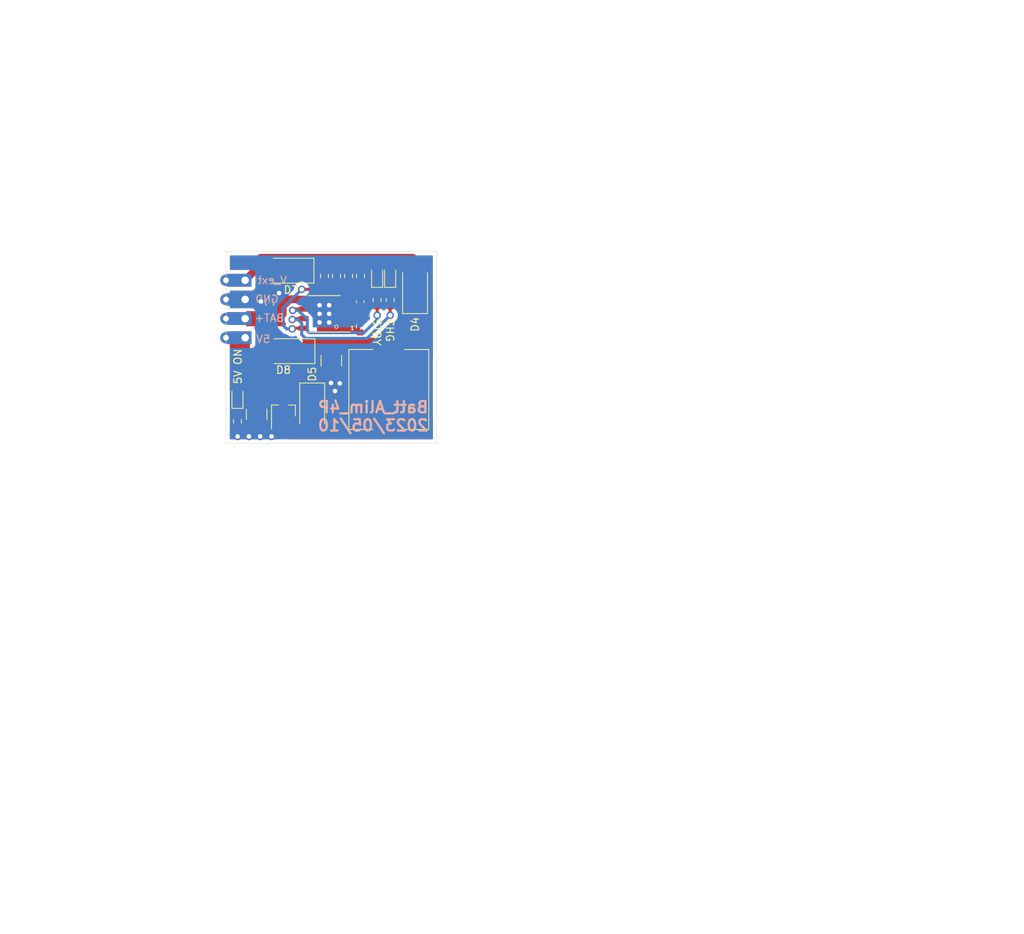
<source format=kicad_pcb>
(kicad_pcb (version 20211014) (generator pcbnew)
  (layers (0 "F.Cu" signal) (31 "B.Cu" signal) (34 "B.Paste" user) (35 "F.Paste" user) (36 "B.SilkS" user "B.Silkscreen") (37 "F.SilkS" user "F.Silkscreen") (38 "B.Mask" user) (39 "F.Mask" user) (44 "Edge.Cuts" user))
  (net 0 "")
  (net 1 "GND")
  (net 2 "5V")
  (net 3 "V_chg")
  (net 4 "V_BAT+")
  (net 5 "Net-(D2-Pad1)")
  (net 6 "Net-(D3-Pad1)")
  (net 7 "V_ext")
  (net 8 "Net-(D6-Pad1)")
  (net 9 "Net-(IC1-Pad7)")
  (net 10 "Net-(IC1-Pad6)")
  (net 11 "Net-(IC1-Pad2)")
  (net 12 "/LX")
  (net 13 "/V_ext_p")
  (net 14 "V_sum")
  (footprint "Capacitor_SMD:C_0603_1608Metric" (layer "F.Cu") (at 119.4054 68.8848 -90)
    (fp_text reference "C1" hide)
    (fp_text value "10uF")
    (fp_line (start -0.14058 0.51) (end 0.14058 0.51) (layer "F.SilkS") (width 0.12))
    (fp_line (start -0.14058 -0.51) (end 0.14058 -0.51) (layer "F.SilkS") (width 0.12))
    (pad "1" smd roundrect locked (at -0.775 0 270) (size 0.9 0.95) (layers "F.Cu" "F.Paste" "F.Mask") (net 3 "V_chg"))
    (pad "2" smd roundrect locked (at 0.775 0 270) (size 0.9 0.95) (layers "F.Cu" "F.Paste" "F.Mask") (net 1 "GND"))
  )
  (footprint "Capacitor_SMD:C_0603_1608Metric" (layer "F.Cu") (at 107.39 69.24 -90)
    (fp_text reference "C2" hide)
    (fp_text value "10uF")
    (fp_line (start -0.14058 -0.51) (end 0.14058 -0.51) (layer "F.SilkS") (width 0.12))
    (fp_line (start -0.14058 0.51) (end 0.14058 0.51) (layer "F.SilkS") (width 0.12))
    (pad "1" smd roundrect locked (at -0.775 0 270) (size 0.9 0.95) (layers "F.Cu" "F.Paste" "F.Mask") (net 1 "GND"))
    (pad "2" smd roundrect locked (at 0.775 0 270) (size 0.9 0.95) (layers "F.Cu" "F.Paste" "F.Mask") (net 4 "V_BAT+"))
  )
  (footprint "Capacitor_SMD:C_1210_3225Metric" (layer "F.Cu") (at 105.664 83.82 -90)
    (fp_text reference "C3" hide)
    (fp_text value "47uF")
    (fp_line (start -0.711252 1.36) (end 0.711252 1.36) (layer "F.SilkS") (width 0.12))
    (fp_line (start -0.711252 -1.36) (end 0.711252 -1.36) (layer "F.SilkS") (width 0.12))
    (pad "1" smd roundrect locked (at -1.475 0 270) (size 1.15 2.7) (layers "F.Cu" "F.Paste" "F.Mask") (roundrect_rratio 0.2173913043) (net 2 "5V"))
    (pad "2" smd roundrect locked (at 1.475 0 270) (size 1.15 2.7) (layers "F.Cu" "F.Paste" "F.Mask") (roundrect_rratio 0.2173913043) (net 1 "GND"))
  )
  (footprint "Capacitor_SMD:C_1210_3225Metric" (layer "F.Cu") (at 115.57 76.708 -90)
    (fp_text reference "C4" hide)
    (fp_text value "47uF")
    (fp_line (start -0.711252 1.36) (end 0.711252 1.36) (layer "F.SilkS") (width 0.12))
    (fp_line (start -0.711252 -1.36) (end 0.711252 -1.36) (layer "F.SilkS") (width 0.12))
    (pad "1" smd roundrect locked (at -1.475 0 270) (size 1.15 2.7) (layers "F.Cu" "F.Paste" "F.Mask") (roundrect_rratio 0.2173913043) (net 14 "V_sum"))
    (pad "2" smd roundrect locked (at 1.475 0 270) (size 1.15 2.7) (layers "F.Cu" "F.Paste" "F.Mask") (roundrect_rratio 0.2173913043) (net 1 "GND"))
  )
  (footprint "Diode_SMD:D_0603_1608Metric" (layer "F.Cu") (at 123.3678 65.4934 90)
    (fp_text reference "D2" hide)
    (fp_text value "LED")
    (fp_line (start -1.485 -0.735) (end -1.485 0.735) (layer "F.SilkS") (width 0.12))
    (fp_line (start -1.485 0.735) (end 0.8 0.735) (layer "F.SilkS") (width 0.12))
    (fp_line (start 0.8 -0.735) (end -1.485 -0.735) (layer "F.SilkS") (width 0.12))
    (pad "1" smd roundrect locked (at -0.7875 0 90) (size 0.875 0.95) (layers "F.Cu" "F.Paste" "F.Mask") (net 5 "Net-(D2-Pad1)"))
    (pad "2" smd roundrect locked (at 0.7875 0 90) (size 0.875 0.95) (layers "F.Cu" "F.Paste" "F.Mask") (net 3 "V_chg"))
  )
  (footprint "Diode_SMD:D_0603_1608Metric" (layer "F.Cu") (at 121.6406 65.4934 90)
    (fp_text reference "D3" hide)
    (fp_text value "LED")
    (fp_line (start -1.485 0.735) (end 0.8 0.735) (layer "F.SilkS") (width 0.12))
    (fp_line (start 0.8 -0.735) (end -1.485 -0.735) (layer "F.SilkS") (width 0.12))
    (fp_line (start -1.485 -0.735) (end -1.485 0.735) (layer "F.SilkS") (width 0.12))
    (pad "1" smd roundrect locked (at -0.7875 0 90) (size 0.875 0.95) (layers "F.Cu" "F.Paste" "F.Mask") (net 6 "Net-(D3-Pad1)"))
    (pad "2" smd roundrect locked (at 0.7875 0 90) (size 0.875 0.95) (layers "F.Cu" "F.Paste" "F.Mask") (net 3 "V_chg"))
  )
  (footprint "Diode_SMD:D_0603_1608Metric" (layer "F.Cu") (at 103.124 81.534 90)
    (fp_text reference "D6" hide)
    (fp_text value "LED")
    (fp_line (start -1.485 0.735) (end 0.8 0.735) (layer "F.SilkS") (width 0.12))
    (fp_line (start -1.485 -0.735) (end -1.485 0.735) (layer "F.SilkS") (width 0.12))
    (fp_line (start 0.8 -0.735) (end -1.485 -0.735) (layer "F.SilkS") (width 0.12))
    (pad "1" smd roundrect locked (at -0.7875 0 90) (size 0.875 0.95) (layers "F.Cu" "F.Paste" "F.Mask") (net 8 "Net-(D6-Pad1)"))
    (pad "2" smd roundrect locked (at 0.7875 0 90) (size 0.875 0.95) (layers "F.Cu" "F.Paste" "F.Mask") (net 2 "5V"))
  )
  (footprint "Inductor_SMD:L_10.4x10.4_H4.8" (layer "F.Cu") (at 123.19 80.518 90)
    (fp_text reference "L1" hide)
    (fp_text value "33uH")
    (fp_line (start 5.3 -5.3) (end 5.3 -2.1) (layer "F.SilkS") (width 0.12))
    (fp_line (start -5.3 5.3) (end -5.3 2.1) (layer "F.SilkS") (width 0.12))
    (fp_line (start -5.3 -5.3) (end 5.3 -5.3) (layer "F.SilkS") (width 0.12))
    (fp_line (start 5.3 5.3) (end -5.3 5.3) (layer "F.SilkS") (width 0.12))
    (fp_line (start -5.3 -2.1) (end -5.3 -5.3) (layer "F.SilkS") (width 0.12))
    (fp_line (start 5.3 2.1) (end 5.3 5.3) (layer "F.SilkS") (width 0.12))
    (pad "1" smd rect locked (at -4.15 0 90) (size 2.7 3.6) (layers "F.Cu" "F.Paste" "F.Mask") (net 12 "/LX"))
    (pad "2" smd rect locked (at 4.15 0 90) (size 2.7 3.6) (layers "F.Cu" "F.Paste" "F.Mask") (net 14 "V_sum"))
  )
  (footprint "Resistor_SMD:R_0603_1608Metric" (layer "F.Cu") (at 123.3678 68.6684 -90)
    (fp_text reference "R6" hide)
    (fp_text value "1k")
    (fp_line (start -0.237258 -0.5225) (end 0.237258 -0.5225) (layer "F.SilkS") (width 0.12))
    (fp_line (start -0.237258 0.5225) (end 0.237258 0.5225) (layer "F.SilkS") (width 0.12))
    (pad "1" smd roundrect locked (at -0.825 0 270) (size 0.8 0.95) (layers "F.Cu" "F.Paste" "F.Mask") (net 5 "Net-(D2-Pad1)"))
    (pad "2" smd roundrect locked (at 0.825 0 270) (size 0.8 0.95) (layers "F.Cu" "F.Paste" "F.Mask") (net 9 "Net-(IC1-Pad7)"))
  )
  (footprint "Resistor_SMD:R_0603_1608Metric" (layer "F.Cu") (at 119.4054 72.136 -90)
    (fp_text reference "R7" hide)
    (fp_text value "10k")
    (fp_line (start -0.237258 0.5225) (end 0.237258 0.5225) (layer "F.SilkS") (width 0.12))
    (fp_line (start -0.237258 -0.5225) (end 0.237258 -0.5225) (layer "F.SilkS") (width 0.12))
    (pad "1" smd roundrect locked (at -0.825 0 270) (size 0.8 0.95) (layers "F.Cu" "F.Paste" "F.Mask") (net 11 "Net-(IC1-Pad2)"))
    (pad "2" smd roundrect locked (at 0.825 0 270) (size 0.8 0.95) (layers "F.Cu" "F.Paste" "F.Mask") (net 1 "GND"))
  )
  (footprint "Resistor_SMD:R_0603_1608Metric" (layer "F.Cu") (at 121.6406 68.6684 -90)
    (fp_text reference "R8" hide)
    (fp_text value "1k")
    (fp_line (start -0.237258 -0.5225) (end 0.237258 -0.5225) (layer "F.SilkS") (width 0.12))
    (fp_line (start -0.237258 0.5225) (end 0.237258 0.5225) (layer "F.SilkS") (width 0.12))
    (pad "1" smd roundrect locked (at -0.825 0 270) (size 0.8 0.95) (layers "F.Cu" "F.Paste" "F.Mask") (net 6 "Net-(D3-Pad1)"))
    (pad "2" smd roundrect locked (at 0.825 0 270) (size 0.8 0.95) (layers "F.Cu" "F.Paste" "F.Mask") (net 10 "Net-(IC1-Pad6)"))
  )
  (footprint "Resistor_SMD:R_0603_1608Metric" (layer "F.Cu") (at 117.856 65.4812 90)
    (fp_text reference "R9" hide)
    (fp_text value "2")
    (fp_line (start -0.237258 0.5225) (end 0.237258 0.5225) (layer "F.SilkS") (width 0.12))
    (fp_line (start -0.237258 -0.5225) (end 0.237258 -0.5225) (layer "F.SilkS") (width 0.12))
    (pad "1" smd roundrect locked (at -0.825 0 90) (size 0.8 0.95) (layers "F.Cu" "F.Paste" "F.Mask") (net 3 "V_chg"))
    (pad "2" smd roundrect locked (at 0.825 0 90) (size 0.8 0.95) (layers "F.Cu" "F.Paste" "F.Mask") (net 13 "/V_ext_p"))
  )
  (footprint "Resistor_SMD:R_0603_1608Metric" (layer "F.Cu") (at 116.2558 65.4812 90)
    (fp_text reference "R10" hide)
    (fp_text value "2")
    (fp_line (start -0.237258 0.5225) (end 0.237258 0.5225) (layer "F.SilkS") (width 0.12))
    (fp_line (start -0.237258 -0.5225) (end 0.237258 -0.5225) (layer "F.SilkS") (width 0.12))
    (pad "1" smd roundrect locked (at -0.825 0 90) (size 0.8 0.95) (layers "F.Cu" "F.Paste" "F.Mask") (net 3 "V_chg"))
    (pad "2" smd roundrect locked (at 0.825 0 90) (size 0.8 0.95) (layers "F.Cu" "F.Paste" "F.Mask") (net 13 "/V_ext_p"))
  )
  (footprint "Resistor_SMD:R_0603_1608Metric" (layer "F.Cu") (at 114.6556 65.4812 90)
    (fp_text reference "R12" hide)
    (fp_text value "2")
    (fp_line (start -0.237258 -0.5225) (end 0.237258 -0.5225) (layer "F.SilkS") (width 0.12))
    (fp_line (start -0.237258 0.5225) (end 0.237258 0.5225) (layer "F.SilkS") (width 0.12))
    (pad "1" smd roundrect locked (at -0.825 0 90) (size 0.8 0.95) (layers "F.Cu" "F.Paste" "F.Mask") (net 3 "V_chg"))
    (pad "2" smd roundrect locked (at 0.825 0 90) (size 0.8 0.95) (layers "F.Cu" "F.Paste" "F.Mask") (net 13 "/V_ext_p"))
  )
  (footprint "Resistor_SMD:R_0603_1608Metric" (layer "F.Cu") (at 119.4308 65.49 90)
    (fp_text reference "R14" hide)
    (fp_text value "2")
    (fp_line (start -0.237258 0.5225) (end 0.237258 0.5225) (layer "F.SilkS") (width 0.12))
    (fp_line (start -0.237258 -0.5225) (end 0.237258 -0.5225) (layer "F.SilkS") (width 0.12))
    (pad "1" smd roundrect locked (at -0.825 0 90) (size 0.8 0.95) (layers "F.Cu" "F.Paste" "F.Mask") (net 3 "V_chg"))
    (pad "2" smd roundrect locked (at 0.825 0 90) (size 0.8 0.95) (layers "F.Cu" "F.Paste" "F.Mask") (net 13 "/V_ext_p"))
  )
  (footprint "Resistor_SMD:R_0603_1608Metric" (layer "F.Cu") (at 103.124 84.74 -90)
    (fp_text reference "R15" hide)
    (fp_text value "2k2")
    (fp_line (start -0.237258 -0.5225) (end 0.237258 -0.5225) (layer "F.SilkS") (width 0.12))
    (fp_line (start -0.237258 0.5225) (end 0.237258 0.5225) (layer "F.SilkS") (width 0.12))
    (pad "1" smd roundrect locked (at -0.825 0 270) (size 0.8 0.95) (layers "F.Cu" "F.Paste" "F.Mask") (net 8 "Net-(D6-Pad1)"))
    (pad "2" smd roundrect locked (at 0.825 0 270) (size 0.8 0.95) (layers "F.Cu" "F.Paste" "F.Mask") (net 1 "GND"))
  )
  (footprint "Package_TO_SOT_SMD:SOT-23_Handsoldering" (layer "F.Cu") (at 109.22 83.34 90)
    (fp_text reference "U1" hide)
    (fp_text value "ME2108A50M3")
    (fp_line (start 0.76 1.58) (end -0.7 1.58) (layer "F.SilkS") (width 0.12))
    (fp_line (start 0.76 -1.58) (end 0.76 -0.65) (layer "F.SilkS") (width 0.12))
    (fp_line (start 0.76 -1.58) (end -2.4 -1.58) (layer "F.SilkS") (width 0.12))
    (fp_line (start 0.76 1.58) (end 0.76 0.65) (layer "F.SilkS") (width 0.12))
    (pad "1" smd rect locked (at -1.5 -0.95 90) (size 1.9 0.8) (layers "F.Cu" "F.Paste" "F.Mask") (net 1 "GND"))
    (pad "2" smd rect locked (at -1.5 0.95 90) (size 1.9 0.8) (layers "F.Cu" "F.Paste" "F.Mask") (net 12 "/LX"))
    (pad "3" smd rect locked (at 1.5 0 90) (size 1.9 0.8) (layers "F.Cu" "F.Paste" "F.Mask") (net 2 "5V"))
  )
  (footprint "Chimere_comps:SOP-8" (layer "F.Cu") (at 114.64 70.49 180)
    (fp_text reference "IC1" hide)
    (fp_text value "TP4056")
    (fp_text user "1" (at -3.683 -1.905 180 unlocked) (layer "F.SilkS") (effects (font (size 0.5 0.5) (thickness 0.125))))
    (fp_line (start -2.1 2.413) (end 2.1 2.413) (layer "F.SilkS") (width 0.127))
    (fp_line (start 2.1 -2.413) (end -3.429 -2.413) (layer "F.SilkS") (width 0.127))
    (fp_circle (center -1.6 -1.7) (end -1.376394 -1.7) (layer "F.SilkS") (width 0.1) (fill none))
    (pad "1" thru_hole circle (at -0.635 0 180) (size 1 1) (drill 0.6) (layers *.Cu *.Mask) (net 1 "GND"))
    (pad "1" thru_hole circle (at -0.635 1.143 180) (size 1 1) (drill 0.6) (layers *.Cu *.Mask) (net 1 "GND"))
    (pad "1" smd rect (at 0 0 180) (size 2.2 3.3) (layers "F.Cu" "F.Paste" "F.Mask") (net 1 "GND"))
    (pad "1" thru_hole circle (at 0.635 0 180) (size 1 1) (drill 0.6) (layers *.Cu *.Mask) (net 1 "GND"))
    (pad "1" smd rect (at 0 0 180) (size 2.2 3.3) (layers "B.Cu" "B.Paste" "B.Mask") (net 1 "GND"))
    (pad "1" smd rect (at -2.75 -1.905 180) (size 1.3 0.7) (layers "F.Cu" "F.Paste" "F.Mask") (net 1 "GND"))
    (pad "1" thru_hole circle (at -0.635 -1.143 180) (size 1 1) (drill 0.6) (layers *.Cu *.Mask) (net 1 "GND"))
    (pad "1" thru_hole circle (at 0.635 -1.143 180) (size 1 1) (drill 0.6) (layers *.Cu *.Mask) (net 1 "GND"))
    (pad "1" thru_hole circle (at 0.635 1.143 180) (size 1 1) (drill 0.6) (layers *.Cu *.Mask) (net 1 "GND"))
    (pad "1" smd rect (at 0 0 180) (size 2.2 3.3) (layers "F.Cu" "F.Paste" "F.Mask") (net 1 "GND"))
    (pad "2" smd rect (at -2.75 -0.635 180) (size 1.3 0.7) (layers "F.Cu" "F.Paste" "F.Mask") (net 11 "Net-(IC1-Pad2)"))
    (pad "3" smd rect (at -2.75 0.635 180) (size 1.3 0.7) (layers "F.Cu" "F.Paste" "F.Mask") (net 1 "GND"))
    (pad "4" smd rect (at -2.75 1.905 180) (size 1.3 0.7) (layers "F.Cu" "F.Paste" "F.Mask") (net 3 "V_chg"))
    (pad "5" smd rect (at 2.75 1.905 180) (size 1.3 0.7) (layers "F.Cu" "F.Paste" "F.Mask") (net 4 "V_BAT+"))
    (pad "6" smd rect (at 2.75 0.635 180) (size 1.3 0.7) (layers "F.Cu" "F.Paste" "F.Mask") (net 10 "Net-(IC1-Pad6)"))
    (pad "7" smd rect (at 2.75 -0.635 180) (size 1.3 0.7) (layers "F.Cu" "F.Paste" "F.Mask") (net 9 "Net-(IC1-Pad7)"))
    (pad "8" smd rect (at 2.75 -1.905 180) (size 1.3 0.7) (layers "F.Cu" "F.Paste" "F.Mask") (net 3 "V_chg"))
  )
  (footprint "Chimere_mods:Castellated_conn" (layer "F.Cu") (at 104.14 66.04 180)
    (fp_text reference "J1" hide)
    (fp_text value "Conn_01x01")
    (pad "1" thru_hole circle (at 2.54 0 180) (size 1.524 1.524) (drill 0.762) (layers *.Cu *.Mask) (net 7 "V_ext"))
    (pad "1" thru_hole custom (at 0 0 180) (size 1.7 1.7) (drill 1) (layers *.Cu *.Mask) (net 7 "V_ext") (options (clearance outline) (anchor rect)) (primitives (gr_line (start 0 0) (end 2.2 0) (width 1.7))))
  )
  (footprint "Chimere_mods:Castellated_conn" (layer "F.Cu") (at 104.14 68.58 180)
    (fp_text reference "J2" hide)
    (fp_text value "Conn_01x01")
    (pad "1" thru_hole custom (at 0 0 180) (size 1.7 1.7) (drill 1) (layers *.Cu *.Mask) (net 1 "GND") (options (clearance outline) (anchor rect)) (primitives (gr_line (start 0 0) (end 2.2 0) (width 1.7))))
    (pad "1" thru_hole circle (at 2.54 0 180) (size 1.524 1.524) (drill 0.762) (layers *.Cu *.Mask) (net 1 "GND"))
  )
  (footprint "Chimere_mods:Castellated_conn" (layer "F.Cu") (at 104.14 73.66 180)
    (fp_text reference "J3" hide)
    (fp_text value "Conn_01x01")
    (pad "1" thru_hole custom (at 0 0 180) (size 1.7 1.7) (drill 1) (layers *.Cu *.Mask) (net 2 "5V") (options (clearance outline) (anchor rect)) (primitives (gr_line (start 0 0) (end 2.2 0) (width 1.7))))
    (pad "1" thru_hole circle (at 2.54 0 180) (size 1.524 1.524) (drill 0.762) (layers *.Cu *.Mask) (net 2 "5V"))
  )
  (footprint "Chimere_mods:Castellated_conn" (layer "F.Cu") (at 104.14 71.12 180)
    (fp_text reference "J9" hide)
    (fp_text value "Conn_01x01")
    (pad "1" thru_hole circle (at 2.54 0 180) (size 1.524 1.524) (drill 0.762) (layers *.Cu *.Mask) (net 4 "V_BAT+"))
    (pad "1" thru_hole custom (at 0 0 180) (size 1.7 1.7) (drill 1) (layers *.Cu *.Mask) (net 4 "V_BAT+") (options (clearance outline) (anchor rect)) (primitives (gr_line (start 0 0) (end 2.2 0) (width 1.7))))
  )
  (footprint "Diode_SMD:D_SMA" (layer "F.Cu") (at 113.03 83.058 -90)
    (fp_text reference "D5" (at -4.572 0 90) (layer "F.SilkS"))
    (fp_text value "SS14")
    (fp_line (start -3.4 -1.65) (end -3.4 1.65) (layer "F.SilkS") (width 0.12))
    (fp_line (start -3.4 -1.65) (end 2 -1.65) (layer "F.SilkS") (width 0.12))
    (fp_line (start -3.4 1.65) (end 2 1.65) (layer "F.SilkS") (width 0.12))
    (pad "1" smd rect (at -2 0 270) (size 2.5 1.8) (layers "F.Cu" "F.Paste" "F.Mask") (net 2 "5V"))
    (pad "2" smd rect (at 2 0 270) (size 2.5 1.8) (layers "F.Cu" "F.Paste" "F.Mask") (net 12 "/LX"))
  )
  (footprint "Diode_SMD:D_SMA" (layer "F.Cu") (at 109.982 75.438 180)
    (fp_text reference "D8" (at 0.762 -2.5) (layer "F.SilkS"))
    (fp_text value "SS14")
    (fp_line (start -3.4 -1.65) (end -3.4 1.65) (layer "F.SilkS") (width 0.12))
    (fp_line (start -3.4 -1.65) (end 2 -1.65) (layer "F.SilkS") (width 0.12))
    (fp_line (start -3.4 1.65) (end 2 1.65) (layer "F.SilkS") (width 0.12))
    (pad "1" smd rect (at -2 0 180) (size 2.5 1.8) (layers "F.Cu" "F.Paste" "F.Mask") (net 14 "V_sum"))
    (pad "2" smd rect (at 2 0 180) (size 2.5 1.8) (layers "F.Cu" "F.Paste" "F.Mask") (net 4 "V_BAT+"))
  )
  (footprint "Diode_SMD:D_SMA" (layer "F.Cu") (at 109.855 64.77 180)
    (fp_text reference "D7" (at -0.381 -2.54) (layer "F.SilkS"))
    (fp_text value "SS14")
    (fp_line (start -3.4 -1.65) (end 2 -1.65) (layer "F.SilkS") (width 0.12))
    (fp_line (start -3.4 -1.65) (end -3.4 1.65) (layer "F.SilkS") (width 0.12))
    (fp_line (start -3.4 1.65) (end 2 1.65) (layer "F.SilkS") (width 0.12))
    (pad "1" smd rect (at -2 0 180) (size 2.5 1.8) (layers "F.Cu" "F.Paste" "F.Mask") (net 13 "/V_ext_p"))
    (pad "2" smd rect (at 2 0 180) (size 2.5 1.8) (layers "F.Cu" "F.Paste" "F.Mask") (net 7 "V_ext"))
  )
  (footprint "Diode_SMD:D_SMA" (layer "F.Cu") (at 126.6698 67.056 90)
    (fp_text reference "D4" (at -4.826 0 90) (layer "F.SilkS"))
    (fp_text value "SS14")
    (fp_line (start -3.4 -1.65) (end 2 -1.65) (layer "F.SilkS") (width 0.12))
    (fp_line (start -3.4 1.65) (end 2 1.65) (layer "F.SilkS") (width 0.12))
    (fp_line (start -3.4 -1.65) (end -3.4 1.65) (layer "F.SilkS") (width 0.12))
    (pad "1" smd rect (at -2 0 90) (size 2.5 1.8) (layers "F.Cu" "F.Paste" "F.Mask") (net 14 "V_sum"))
    (pad "2" smd rect (at 2 0 90) (size 2.5 1.8) (layers "F.Cu" "F.Paste" "F.Mask") (net 7 "V_ext"))
  )
  (gr_line (start 129.54 87.63) (end 101.6 87.63) (layer "Edge.Cuts") (width 0.05))
  (gr_line (start 101.6 62.23) (end 101.6 64.77) (layer "Edge.Cuts") (width 0.05))
  (gr_line (start 101.6 62.23) (end 129.54 62.23) (layer "Edge.Cuts") (width 0.05))
  (gr_line (start 101.6 74.93) (end 101.6 87.63) (layer "Edge.Cuts") (width 0.05))
  (gr_line (start 101.6 74.93) (end 101.6 64.77) (layer "Edge.Cuts") (width 0.05))
  (gr_line (start 129.54 62.23) (end 129.54 87.63) (layer "Edge.Cuts") (width 0.05))
  (gr_text "Batt_Alim_4P\n2023/05/10" (at 121.1072 84.074) (layer "B.SilkS") (effects (font (size 1.5 1.5) (thickness 0.3)) (justify mirror)))
  (gr_text "5V" (at 106.54 73.84) (layer "B.SilkS") (effects (font (size 1 1)) (justify mirror)))
  (gr_text "BAT+" (at 107.34 71.04) (layer "B.SilkS") (effects (font (size 1 1)) (justify mirror)))
  (gr_text "GND" (at 107.04 68.54) (layer "B.SilkS") (effects (font (size 1 1)) (justify mirror)))
  (gr_text "V_ext" (at 107.74 66.04) (layer "B.SilkS") (effects (font (size 1 1)) (justify mirror)))
  (gr_text "CHG" (at 123.317 72.6694 270) (layer "F.SilkS") (effects (font (size 1 1))))
  (gr_text "5V ON" (at 103.1748 77.47 90) (layer "F.SilkS") (effects (font (size 1 1))))
  (gr_text "STBY" (at 121.5898 72.898 270) (layer "F.SilkS") (effects (font (size 1 1))))
  (segment (start 108.27 86.11) (end 107.64 86.74) (width 0.4) (layer "F.Cu") (net 1))
  (segment (start 116.6876 79.7052) (end 116.1796 79.7052) (width 0.4) (layer "F.Cu") (net 1))
  (segment (start 108.27 84.84) (end 108.27 86.11) (width 0.4) (layer "F.Cu") (net 1))
  (segment (start 105.8 68.58) (end 106.64 67.74) (width 0.4) (layer "F.Cu") (net 1))
  (segment (start 115.275 69.855) (end 114.64 70.49) (width 0.4) (layer "F.Cu") (net 1))
  (segment (start 105.664 86.5886) (end 105.5126 86.74) (width 0.4) (layer "F.Cu") (net 1))
  (segment (start 118.6434 70.3326) (end 118.1658 69.855) (width 0.4) (layer "F.Cu") (net 1))
  (segment (start 107.39 68.4525) (end 107.39 67.74) (width 0.4) (layer "F.Cu") (net 1))
  (segment (start 103.124 86.724) (end 103.14 86.74) (width 0.4) (layer "F.Cu") (net 1))
  (segment (start 118.5794 72.961) (end 119.4054 72.961) (width 0.4) (layer "F.Cu") (net 1))
  (segment (start 117.39 69.855) (end 115.275 69.855) (width 0.4) (layer "F.Cu") (net 1))
  (segment (start 115.57 78.183) (end 115.57 79.6036) (width 0.4) (layer "F.Cu") (net 1))
  (segment (start 119.38 70.3326) (end 118.6434 70.3326) (width 0.4) (layer "F.Cu") (net 1))
  (segment (start 116.0526 79.8322) (end 116.1796 79.7052) (width 0.4) (layer "F.Cu") (net 1))
  (segment (start 107.64 86.74) (end 105.5126 86.74) (width 0.4) (layer "F.Cu") (net 1))
  (segment (start 115.57 79.6036) (end 115.5192 79.6544) (width 0.4) (layer "F.Cu") (net 1))
  (segment (start 105.664 85.295) (end 105.664 86.5886) (width 0.4) (layer "F.Cu") (net 1))
  (segment (start 106.64 67.74) (end 107.39 67.74) (width 0.4) (layer "F.Cu") (net 1))
  (segment (start 116.1796 79.7052) (end 115.57 79.7052) (width 0.4) (layer "F.Cu") (net 1))
  (segment (start 117.39 72.395) (end 116.545 72.395) (width 0.4) (layer "F.Cu") (net 1))
  (segment (start 105.5126 86.74) (end 103.14 86.74) (width 0.4) (layer "F.Cu") (net 1))
  (segment (start 104.14 68.58) (end 102.87 68.58) (width 0.4) (layer "F.Cu") (net 1))
  (segment (start 102.87 68.58) (end 101.6 68.58) (width 0.4) (layer "F.Cu") (net 1))
  (segment (start 116.545 72.395) (end 114.64 70.49) (width 0.4) (layer "F.Cu") (net 1))
  (segment (start 119.4054 69.6598) (end 119.4054 70.3072) (width 0.4) (layer "F.Cu") (net 1))
  (segment (start 102.87 68.58) (end 105.8 68.58) (width 0.4) (layer "F.Cu") (net 1))
  (segment (start 107.39 67.74) (end 108.64 67.74) (width 0.4) (layer "F.Cu") (net 1))
  (segment (start 103.124 85.565) (end 103.124 86.724) (width 0.4) (layer "F.Cu") (net 1))
  (segment (start 118.0134 72.395) (end 118.5794 72.961) (width 0.4) (layer "F.Cu") (net 1))
  (segment (start 118.1658 69.855) (end 117.39 69.855) (width 0.4) (layer "F.Cu") (net 1))
  (segment (start 119.4054 70.3072) (end 119.38 70.3326) (width 0.4) (layer "F.Cu") (net 1))
  (segment (start 115.57 79.7052) (end 115.5192 79.6544) (width 0.4) (layer "F.Cu") (net 1))
  (segment (start 117.39 72.395) (end 118.0134 72.395) (width 0.4) (layer "F.Cu") (net 1))
  (segment (start 116.0526 80.7212) (end 116.0526 79.8322) (width 0.4) (layer "F.Cu") (net 1))
  (via (at 115.5192 79.6544) (size 1) (drill 0.6) (layers "F.Cu" "B.Cu") (net 1))
  (via (at 116.6876 79.7052) (size 1) (drill 0.6) (layers "F.Cu" "B.Cu") (net 1))
  (via (at 107.64 86.74) (size 1) (drill 0.6) (layers "F.Cu" "B.Cu") (net 1))
  (via (at 106.14 86.74) (size 1) (drill 0.6) (layers "F.Cu" "B.Cu") (net 1))
  (via (at 104.64 86.74) (size 1) (drill 0.6) (layers "F.Cu" "B.Cu") (net 1))
  (via (at 103.14 86.74) (size 1) (drill 0.6) (layers "F.Cu" "B.Cu") (net 1))
  (via (at 106.24 68.84) (size 1) (drill 0.6) (layers "F.Cu" "B.Cu") (net 1))
  (via (at 116.0526 80.7212) (size 1) (drill 0.6) (layers "F.Cu" "B.Cu") (net 1))
  (via (at 108.64 67.74) (size 1) (drill 0.6) (layers "F.Cu" "B.Cu") (net 1))
  (segment (start 108.64 67.74) (end 110.39 65.99) (width 0.4) (layer "B.Cu") (net 1))
  (segment (start 110.39 65.99) (end 113.89 65.99) (width 0.4) (layer "B.Cu") (net 1))
  (segment (start 116.0526 81.5848) (end 110.8974 86.74) (width 0.4) (layer "B.Cu") (net 1))
  (segment (start 116.0526 80.7212) (end 116.0526 81.5848) (width 0.4) (layer "B.Cu") (net 1))
  (segment (start 106.24 74.0074) (end 112.0394 79.8068) (width 0.4) (layer "B.Cu") (net 1))
  (segment (start 114.64 66.74) (end 114.64 70.49) (width 0.4) (layer "B.Cu") (net 1))
  (segment (start 115.3668 79.8068) (end 115.5192 79.6544) (width 0.4) (layer "B.Cu") (net 1))
  (segment (start 113.89 65.99) (end 114.64 66.74) (width 0.4) (layer "B.Cu") (net 1))
  (segment (start 106.24 68.84) (end 106.24 74.0074) (width 0.4) (layer "B.Cu") (net 1))
  (segment (start 112.0394 79.8068) (end 115.3668 79.8068) (width 0.4) (layer "B.Cu") (net 1))
  (segment (start 110.8974 86.74) (end 107.64 86.74) (width 0.4) (layer "B.Cu") (net 1))
  (segment (start 103.124 80.7465) (end 103.124 79.6036) (width 0.4) (layer "F.Cu") (net 2))
  (segment (start 104.14 78.5876) (end 104.14 78.3844) (width 0.4) (layer "F.Cu") (net 2))
  (segment (start 112.776 79.4004) (end 110.4138 79.4004) (width 0.4) (layer "F.Cu") (net 2))
  (segment (start 110.4138 79.4004) (end 109.6772 80.137) (width 0.4) (layer "F.Cu") (net 2))
  (segment (start 105.664 82.345) (end 105.664 80.1624) (width 0.4) (layer "F.Cu") (net 2))
  (segment (start 109.22 80.2386) (end 109.1184 80.137) (width 0.4) (layer "F.Cu") (net 2))
  (segment (start 109.22 81.84) (end 109.22 80.2386) (width 0.4) (layer "F.Cu") (net 2))
  (segment (start 103.124 80.7465) (end 103.124 79.883) (width 0.4) (layer "F.Cu") (net 2))
  (segment (start 105.6894 80.137) (end 104.14 78.5876) (width 0.4) (layer "F.Cu") (net 2))
  (segment (start 109.6772 80.137) (end 109.1184 80.137) (width 0.4) (layer "F.Cu") (net 2))
  (segment (start 113.03 81.058) (end 113.03 79.6544) (width 0.4) (layer "F.Cu") (net 2))
  (segment (start 105.664 80.1624) (end 105.6894 80.137) (width 0.4) (layer "F.Cu") (net 2))
  (segment (start 104.14 78.3844) (end 104.14 73.66) (width 0.4) (layer "F.Cu") (net 2))
  (segment (start 109.1184 80.137) (end 105.6894 80.137) (width 0.4) (layer "F.Cu") (net 2))
  (segment (start 113.03 79.6544) (end 112.776 79.4004) (width 0.4) (layer "F.Cu") (net 2))
  (segment (start 103.124 79.6036) (end 104.14 78.5876) (width 0.4) (layer "F.Cu") (net 2))
  (segment (start 118.232 68.585) (end 118.561 68.256) (width 0.4) (layer "F.Cu") (net 3))
  (segment (start 114.64 66.2775) (end 114.64 67.24) (width 0.4) (layer "F.Cu") (net 3))
  (segment (start 123.3303 64.6684) (end 123.3678 64.7059) (width 0.4) (layer "F.Cu") (net 3))
  (segment (start 119.4054 68.1098) (end 119.4054 67.2084) (width 0.4) (layer "F.Cu") (net 3))
  (segment (start 117.7482 67.24) (end 118.561 67.24) (width 0.4) (layer "F.Cu") (net 3))
  (segment (start 119.4308 67.183) (end 119.4308 66.315) (width 0.4) (layer "F.Cu") (net 3))
  (segment (start 120.0404 67.183) (end 120.523 66.7004) (width 0.4) (layer "F.Cu") (net 3))
  (segment (start 119.3738 67.24) (end 119.4308 67.183) (width 0.4) (layer "F.Cu") (net 3))
  (segment (start 120.523 66.7004) (end 120.523 64.8208) (width 0.4) (layer "F.Cu") (net 3))
  (segment (start 111.64 67.24) (end 112.64 67.24) (width 0.4) (layer "F.Cu") (net 3))
  (segment (start 119.4308 67.183) (end 120.0404 67.183) (width 0.4) (layer "F.Cu") (net 3))
  (segment (start 118.561 68.256) (end 118.561 67.24) (width 0.4) (layer "F.Cu") (net 3))
  (segment (start 119.4054 67.2084) (end 119.4308 67.183) (width 0.4) (layer "F.Cu") (net 3))
  (segment (start 117.39 68.585) (end 118.232 68.585) (width 0.4) (layer "F.Cu") (net 3))
  (segment (start 118.561 67.24) (end 119.3738 67.24) (width 0.4) (layer "F.Cu") (net 3))
  (segment (start 111.89 72.395) (end 110.485 72.395) (width 0.4) (layer "F.Cu") (net 3))
  (segment (start 120.6754 64.6684) (end 123.3303 64.6684) (width 0.4) (layer "F.Cu") (net 3))
  (segment (start 120.523 64.8208) (end 120.6754 64.6684) (width 0.4) (layer "F.Cu") (net 3))
  (segment (start 117.856 67.1322) (end 117.7482 67.24) (width 0.4) (layer "F.Cu") (net 3))
  (segment (start 114.64 67.24) (end 116.148 67.24) (width 0.4) (layer "F.Cu") (net 3))
  (segment (start 110.485 72.395) (end 110.39 72.49) (width 0.4) (layer "F.Cu") (net 3))
  (segment (start 116.2558 67.1322) (end 116.148 67.24) (width 0.4) (layer "F.Cu") (net 3))
  (segment (start 116.2558 66.3062) (end 116.2558 67.1322) (width 0.4) (layer "F.Cu") (net 3))
  (segment (start 114.64 67.24) (end 112.64 67.24) (width 0.4) (layer "F.Cu") (net 3))
  (segment (start 116.148 67.24) (end 117.7482 67.24) (width 0.4) (layer "F.Cu") (net 3))
  (segment (start 117.856 66.3062) (end 117.856 67.1322) (width 0.4) (layer "F.Cu") (net 3))
  (via (at 110.39 72.49) (size 1) (drill 0.6) (layers "F.Cu" "B.Cu") (net 3))
  (via (at 111.64 67.24) (size 1) (drill 0.6) (layers "F.Cu" "B.Cu") (net 3))
  (segment (start 109.14 71.99) (end 109.14 69.74) (width 0.4) (layer "B.Cu") (net 3))
  (segment (start 109.14 69.74) (end 111.64 67.24) (width 0.4) (layer "B.Cu") (net 3))
  (segment (start 110.39 72.49) (end 109.64 72.49) (width 0.4) (layer "B.Cu") (net 3))
  (segment (start 109.64 72.49) (end 109.14 71.99) (width 0.4) (layer "B.Cu") (net 3))
  (segment (start 111.89 68.585) (end 110.045 68.585) (width 1) (layer "F.Cu") (net 4))
  (segment (start 106.299 75.438) (end 106.1212 75.2602) (width 1) (layer "F.Cu") (net 4))
  (segment (start 108.64 70.99) (end 107.64 70.99) (width 1) (layer "F.Cu") (net 4))
  (segment (start 104.14 71.12) (end 107.01 71.12) (width 1) (layer "F.Cu") (net 4))
  (segment (start 106.1212 75.2602) (end 106.1212 73.2282) (width 1) (layer "F.Cu") (net 4))
  (segment (start 107.982 75.438) (end 106.299 75.438) (width 1) (layer "F.Cu") (net 4))
  (segment (start 109.14 69.49) (end 109.14 70.49) (width 1) (layer "F.Cu") (net 4))
  (segment (start 110.045 68.585) (end 109.14 69.49) (width 1) (layer "F.Cu") (net 4))
  (segment (start 109.14 70.49) (end 108.64 70.99) (width 1) (layer "F.Cu") (net 4))
  (segment (start 107.39 70.0275) (end 107.39 70.74) (width 1) (layer "F.Cu") (net 4))
  (segment (start 107.01 71.12) (end 107.39 70.74) (width 1) (layer "F.Cu") (net 4))
  (segment (start 104.14 71.12) (end 101.6 71.12) (width 0.4) (layer "F.Cu") (net 4))
  (segment (start 106.1212 73.2282) (end 107.64 71.7094) (width 1) (layer "F.Cu") (net 4))
  (segment (start 107.04 71.15) (end 107.01 71.12) (width 1) (layer "F.Cu") (net 4))
  (segment (start 107.39 70.74) (end 107.64 70.99) (width 1) (layer "F.Cu") (net 4))
  (segment (start 107.64 71.7094) (end 107.64 70.99) (width 1) (layer "F.Cu") (net 4))
  (segment (start 123.3678 66.2809) (end 123.3678 67.8434) (width 0.4) (layer "F.Cu") (net 5))
  (segment (start 121.6406 66.2809) (end 121.6406 67.8434) (width 0.4) (layer "F.Cu") (net 6))
  (segment (start 105.41 64.77) (end 107.855 64.77) (width 1) (layer "F.Cu") (net 7))
  (segment (start 101.6 66.04) (end 104.14 66.04) (width 1) (layer "F.Cu") (net 7))
  (segment (start 105.41 63.8302) (end 105.41 64.77) (width 1) (layer "F.Cu") (net 7))
  (segment (start 126.6698 63.3476) (end 126.365 63.0428) (width 1) (layer "F.Cu") (net 7))
  (segment (start 104.14 66.04) (end 105.41 64.77) (width 1) (layer "F.Cu") (net 7))
  (segment (start 126.6698 65.056) (end 126.6698 63.3476) (width 1) (layer "F.Cu") (net 7))
  (segment (start 106.1974 63.0428) (end 105.41 63.8302) (width 1) (layer "F.Cu") (net 7))
  (segment (start 126.365 63.0428) (end 106.1974 63.0428) (width 1) (layer "F.Cu") (net 7))
  (segment (start 101.6 66.04) (end 102.87 66.04) (width 1) (layer "F.Cu") (net 7))
  (segment (start 103.124 82.3215) (end 103.124 83.915) (width 0.4) (layer "F.Cu") (net 8))
  (segment (start 123.3678 69.4934) (end 123.3678 70.6882) (width 0.4) (layer "F.Cu") (net 9))
  (segment (start 110.505 71.125) (end 110.39 71.24) (width 0.4) (layer "F.Cu") (net 9))
  (segment (start 111.89 71.125) (end 110.505 71.125) (width 0.4) (layer "F.Cu") (net 9))
  (via (at 123.3678 70.6882) (size 1) (drill 0.6) (layers "F.Cu" "B.Cu") (net 9))
  (via (at 110.39 71.24) (size 1) (drill 0.6) (layers "F.Cu" "B.Cu") (net 9))
  (segment (start 112.14 73.74) (end 111.64 73.24) (width 0.4) (layer "B.Cu") (net 9))
  (segment (start 119.4016 73.74) (end 120.316 73.74) (width 0.4) (layer "B.Cu") (net 9))
  (segment (start 111.64 73.24) (end 111.99001 73.59001) (width 0.4) (layer "B.Cu") (net 9))
  (segment (start 111.14 71.24) (end 111.64 71.74) (width 0.4) (layer "B.Cu") (net 9))
  (segment (start 110.39 71.24) (end 111.14 71.24) (width 0.4) (layer "B.Cu") (net 9))
  (segment (start 120.8532 73.2028) (end 123.3678 70.6882) (width 0.4) (layer "B.Cu") (net 9))
  (segment (start 120.316 73.74) (end 120.8532 73.2028) (width 0.4) (layer "B.Cu") (net 9))
  (segment (start 119.4016 73.74) (end 112.14 73.74) (width 0.4) (layer "B.Cu") (net 9))
  (segment (start 111.64 71.74) (end 111.64 73.24) (width 0.4) (layer "B.Cu") (net 9))
  (segment (start 110.619239 69.855) (end 110.44 70.034239) (width 0.4) (layer "F.Cu") (net 10))
  (segment (start 121.6406 69.4934) (end 121.6406 70.6882) (width 0.4) (layer "F.Cu") (net 10))
  (segment (start 111.89 69.855) (end 110.619239 69.855) (width 0.4) (layer "F.Cu") (net 10))
  (via (at 121.6406 70.6882) (size 1) (drill 0.6) (layers "F.Cu" "B.Cu") (net 10))
  (via (at 110.44 70.034239) (size 1) (drill 0.6) (layers "F.Cu" "B.Cu") (net 10))
  (segment (start 111.184239 70.034239) (end 112.39 71.24) (width 0.4) (layer "B.Cu") (net 10))
  (segment (start 119.8976 72.99) (end 121.6406 71.247) (width 0.4) (layer "B.Cu") (net 10))
  (segment (start 112.39 72.74) (end 112.64 72.99) (width 0.4) (layer "B.Cu") (net 10))
  (segment (start 112.39 71.24) (end 112.39 72.74) (width 0.4) (layer "B.Cu") (net 10))
  (segment (start 121.6406 71.247) (end 121.6406 70.6882) (width 0.4) (layer "B.Cu") (net 10))
  (segment (start 119.8976 72.99) (end 112.64 72.99) (width 0.4) (layer "B.Cu") (net 10))
  (segment (start 110.44 70.034239) (end 111.184239 70.034239) (width 0.4) (layer "B.Cu") (net 10))
  (segment (start 117.39 71.125) (end 119.2194 71.125) (width 0.4) (layer "F.Cu") (net 11))
  (segment (start 119.2194 71.125) (end 119.4054 71.311) (width 0.4) (layer "F.Cu") (net 11))
  (segment (start 113.03 86.6394) (end 113.03 85.058) (width 0.4) (layer "F.Cu") (net 12))
  (segment (start 123.1392 86.6394) (end 113.03 86.6394) (width 0.4) (layer "F.Cu") (net 12))
  (segment (start 123.2154 86.5632) (end 123.1392 86.6394) (width 0.4) (layer "F.Cu") (net 12))
  (segment (start 123.19 86.5378) (end 123.2154 86.5632) (width 0.4) (layer "F.Cu") (net 12))
  (segment (start 123.19 84.668) (end 123.19 86.5378) (width 0.4) (layer "F.Cu") (net 12))
  (segment (start 110.4392 86.6394) (end 113.03 86.6394) (width 0.4) (layer "F.Cu") (net 12))
  (segment (start 110.17 84.84) (end 110.17 86.3702) (width 0.4) (layer "F.Cu") (net 12))
  (segment (start 110.17 86.3702) (end 110.4392 86.6394) (width 0.4) (layer "F.Cu") (net 12))
  (segment (start 111.855 64.77) (end 113.2586 64.77) (width 0.4) (layer "F.Cu") (net 13))
  (segment (start 113.2586 64.77) (end 113.9858 64.0428) (width 0.4) (layer "F.Cu") (net 13))
  (segment (start 116.2558 64.0522) (end 116.2652 64.0428) (width 0.4) (layer "F.Cu") (net 13))
  (segment (start 117.713 64.0428) (end 116.2652 64.0428) (width 0.4) (layer "F.Cu") (net 13))
  (segment (start 113.9858 64.0428) (end 114.6556 64.0428) (width 0.4) (layer "F.Cu") (net 13))
  (segment (start 117.856 64.1096) (end 117.9228 64.0428) (width 0.4) (layer "F.Cu") (net 13))
  (segment (start 119.4308 64.0428) (end 117.9228 64.0428) (width 0.4) (layer "F.Cu") (net 13))
  (segment (start 114.6556 64.0428) (end 114.6556 64.6562) (width 0.4) (layer "F.Cu") (net 13))
  (segment (start 119.4308 64.665) (end 119.4308 64.0428) (width 0.4) (layer "F.Cu") (net 13))
  (segment (start 116.2558 64.6562) (end 116.2558 64.0522) (width 0.4) (layer "F.Cu") (net 13))
  (segment (start 117.9228 64.0428) (end 117.713 64.0428) (width 0.4) (layer "F.Cu") (net 13))
  (segment (start 116.2652 64.0428) (end 114.6556 64.0428) (width 0.4) (layer "F.Cu") (net 13))
  (segment (start 117.856 64.6562) (end 117.856 64.1096) (width 0.4) (layer "F.Cu") (net 13))
  (segment (start 115.4448 75.1078) (end 115.57 75.233) (width 0.4) (layer "F.Cu") (net 14))
  (segment (start 123.19 74.549) (end 123.19 76.368) (width 0.4) (layer "F.Cu") (net 14))
  (segment (start 126.6698 69.056) (end 126.6698 71.0692) (width 0.4) (layer "F.Cu") (net 14))
  (segment (start 126.6698 71.0692) (end 123.19 74.549) (width 0.4) (layer "F.Cu") (net 14))
  (segment (start 113.6396 75.1078) (end 115.4448 75.1078) (width 0.4) (layer "F.Cu") (net 14))
  (segment (start 120.183 76.368) (end 123.19 76.368) (width 0.4) (layer "F.Cu") (net 14))
  (segment (start 119.048 75.233) (end 120.183 76.368) (width 0.4) (layer "F.Cu") (net 14))
  (segment (start 113.3094 75.438) (end 113.6396 75.1078) (width 0.4) (layer "F.Cu") (net 14))
  (segment (start 115.57 75.233) (end 119.048 75.233) (width 0.4) (layer "F.Cu") (net 14))
  (segment (start 111.982 75.438) (end 113.3094 75.438) (width 0.4) (layer "F.Cu") (net 14))
  (zone (net 14) (net_name "V_sum") (layer "F.Cu") (connect_pads yes (clearance 0.508)) (min_thickness 0.254) (fill yes (thermal_gap 0.508) (thermal_bridge_width 0.508))
    (polygon (pts (xy 129.54 76.2) (xy 111.76 76.2) (xy 111.76 73.66) (xy 124.46 73.66) (xy 124.46 68.58) (xy 129.54 68.58)))
  )
  (zone (net 4) (net_name "V_BAT+") (layer "F.Cu") (connect_pads yes (clearance 0.508)) (min_thickness 0.254) (fill yes (thermal_gap 0.508) (thermal_bridge_width 0.508))
    (polygon (pts (xy 112.04 69.04) (xy 109.54 69.04) (xy 109.54 72.14) (xy 104.24 72.14) (xy 104.24 70.14) (xy 107.84 70.14) (xy 109.54 68.04) (xy 112.04 68.04)))
  )
  (zone (net 12) (net_name "/LX") (layer "F.Cu") (connect_pads yes (clearance 0.508)) (min_thickness 0.254) (fill yes (thermal_gap 0.508) (thermal_bridge_width 0.508))
    (polygon (pts (xy 130.175 88.265) (xy 109.855 88.265) (xy 109.855 84.455) (xy 130.175 84.455)))
  )
  (zone (net 1) (net_name "GND") (layer "F.Cu") (connect_pads yes (clearance 0.508)) (min_thickness 0.254) (fill yes (thermal_gap 0.508) (thermal_bridge_width 0.508))
    (polygon (pts (xy 108.44 68.44) (xy 106.54 68.44) (xy 106.54 69.44) (xy 104.14 69.44) (xy 104.14 67.74) (xy 105.84 67.74) (xy 106.64 67.14) (xy 108.44 67.14)))
  )
  (zone (net 1) (net_name "GND") (layer "F.Cu") (connect_pads yes (clearance 0.508)) (min_thickness 0.254) (fill yes (thermal_gap 0.508) (thermal_bridge_width 0.508))
    (polygon (pts (xy 119.38 73.025) (xy 113.665 73.025) (xy 113.665 69.215) (xy 119.38 69.215)))
  )
  (zone (net 2) (net_name "5V") (layer "F.Cu") (connect_pads yes (clearance 0.508)) (min_thickness 0.254) (fill yes (thermal_gap 0.508) (thermal_bridge_width 0.508))
    (polygon (pts (xy 104.775 75.565) (xy 107.315 77.47) (xy 113.665 77.47) (xy 113.665 81.28) (xy 111.125 81.28) (xy 111.125 81.915) (xy 107.315 81.915) (xy 107.315 82.55) (xy 104.14 82.55) (xy 104.14 80.645) (xy 100.965 80.645) (xy 100.965 73.025) (xy 104.775 73.025)))
  )
  (zone (net 1) (net_name "GND") (layer "F.Cu") (connect_pads yes (clearance 0.508)) (min_thickness 0.254) (fill yes (thermal_gap 0.508) (thermal_bridge_width 0.508))
    (polygon (pts (xy 108.585 88.265) (xy 100.965 88.265) (xy 100.965 85.725) (xy 104.14 85.725) (xy 104.14 85.09) (xy 107.315 85.09) (xy 107.315 84.455) (xy 108.585 84.455)))
  )
  (zone (net 3) (net_name "V_chg") (layer "F.Cu") (connect_pads yes (clearance 0.508)) (min_thickness 0.254) (fill yes (thermal_gap 0.508) (thermal_bridge_width 0.508))
    (polygon (pts (xy 120.65 67.945) (xy 113.03 67.945) (xy 113.03 66.675) (xy 120.65 66.675)))
  )
  (zone (net 4) (net_name "V_BAT+") (layer "F.Cu") (connect_pads yes (clearance 0.508)) (min_thickness 0.254) (fill yes (thermal_gap 0.508) (thermal_bridge_width 0.508))
    (polygon (pts (xy 107.95 74.93) (xy 105.41 74.93) (xy 105.41 71.755) (xy 107.95 71.755)))
  )
  (zone (net 1) (net_name "GND") (layer "F.Cu") (connect_pads yes (clearance 0.508)) (min_thickness 0.254) (fill yes (thermal_gap 0.508) (thermal_bridge_width 0.508))
    (polygon (pts (xy 117.475 81.28) (xy 114.935 81.28) (xy 114.935 79.375) (xy 114.3 79.375) (xy 114.3 78.105) (xy 117.475 78.105)))
  )
  (zone (net 1) (net_name "GND") (layer "B.Cu") (connect_pads yes (clearance 0.508)) (min_thickness 0.254) (fill yes (thermal_gap 0.508) (thermal_bridge_width 0.508))
    (polygon (pts (xy 132.08 88.9) (xy 99.06 88.9) (xy 99.06 60.96) (xy 132.08 60.96)))
  )
)
</source>
